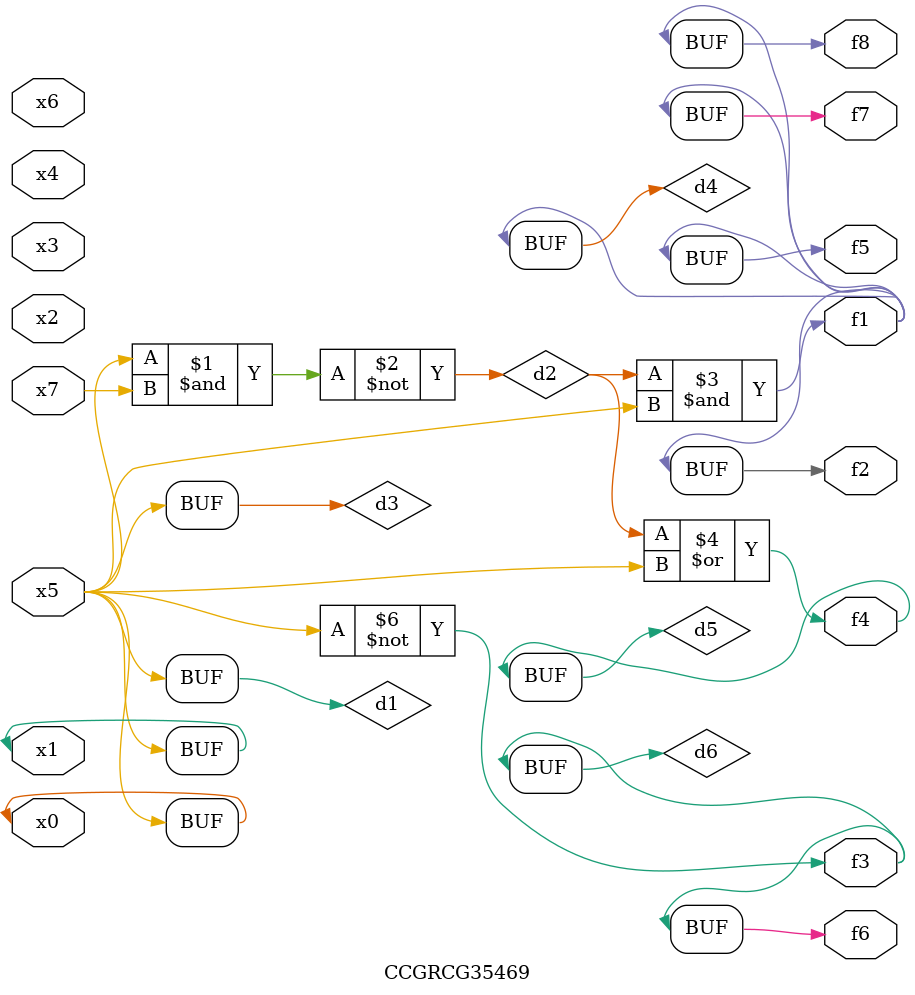
<source format=v>
module CCGRCG35469(
	input x0, x1, x2, x3, x4, x5, x6, x7,
	output f1, f2, f3, f4, f5, f6, f7, f8
);

	wire d1, d2, d3, d4, d5, d6;

	buf (d1, x0, x5);
	nand (d2, x5, x7);
	buf (d3, x0, x1);
	and (d4, d2, d3);
	or (d5, d2, d3);
	nor (d6, d1, d3);
	assign f1 = d4;
	assign f2 = d4;
	assign f3 = d6;
	assign f4 = d5;
	assign f5 = d4;
	assign f6 = d6;
	assign f7 = d4;
	assign f8 = d4;
endmodule

</source>
